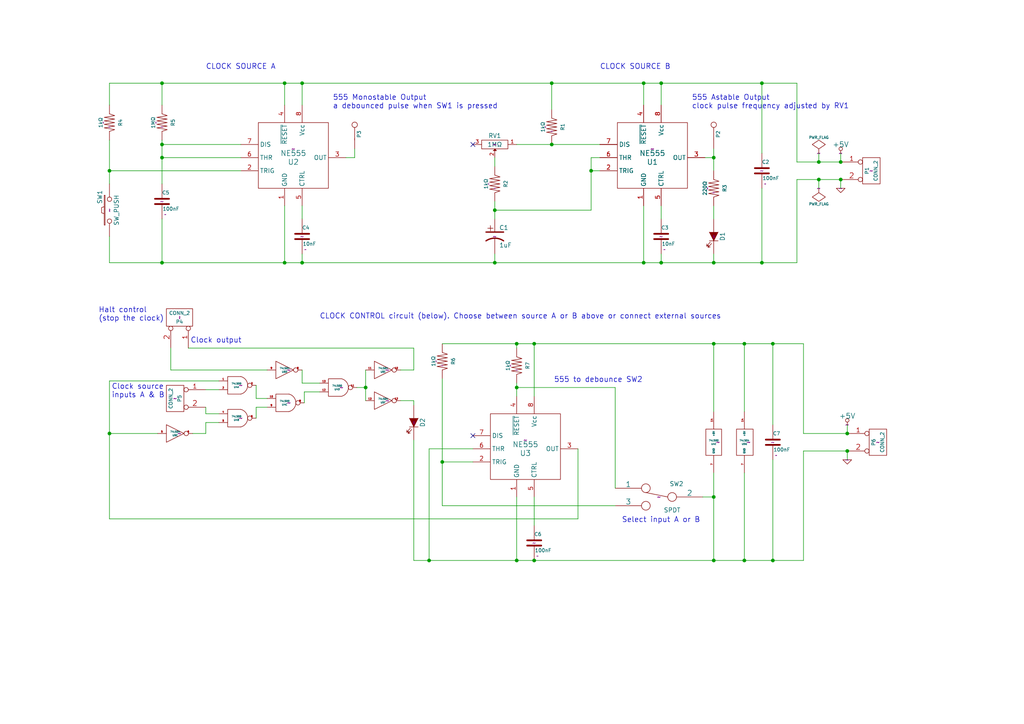
<source format=kicad_sch>
(kicad_sch (version 20211123) (generator eeschema)
  (paper "A4")
  (title_block (title "Hol-1 8-bit CPU clock source & selection") (date "23 apr 2019") (company "www.benningtons.net"))
  (lib_symbols
    (symbol "benningtons:+5V" (power) (pin_names (offset 1.016))
      (property "Value" "+5V" (at 0 2.54 0))
      (symbol "+5V_0_0"
        (pin power_in line (at 0 0 90) (length 0) hide (name "+5V") (number "1"))
      )
      (symbol "+5V_0_1"
        (polyline (pts (xy 0 0) (xy 0 0.762) (xy 0 0.762) (xy 0 0.762)))
        (circle (center 0 1.27) (radius 0.508))
      )
    )
    (symbol "benningtons:74LS00"
      (property "Reference" "U" (at 0 -0.508 0))
      (property "Value" "74LS00" (at 0 0.508 0))
      (property "Datasheet" "https://www.ti.com/lit/ds/symlink/sn74ls00.pdf" (at 1.27 0 0))
      (symbol "74LS00_1_0"
        (pin input line (at -5.08 -1.27 0) (length 2.4892) (name "~") (number "2"))
        (pin output inverted (at 5.715 0 180) (length 2.4892) (name "~") (number "3"))
      )
      (symbol "74LS00_1_1"
        (polyline (pts (xy 1.27 2.54) (xy -2.54 2.54) (xy -2.54 -2.54) (xy 1.27 -2.54)))
        (arc (start 1.27 -2.54) (mid 3.2532 0) (end 1.27 2.54))
        (pin input line (at -5.08 1.27 0) (length 2.4892) (name "~") (number "1"))
      )
      (symbol "74LS00_1_2"
        (pin input inverted (at -6.35 0 0) (length 7.62) (name "~") (number "1"))
        (pin power_in line (at 0 8.89 270) (length 2.4892) (name "+5V") (number "14"))
        (pin output inverted (at 7.62 2.54 180) (length 2.4892) (name "~") (number "4"))
        (pin power_in line (at 0 -8.89 90) (length 2.4892) (name "GND") (number "7"))
      )
      (symbol "74LS00_2_1"
        (polyline (pts (xy 1.27 2.54) (xy -2.54 2.54) (xy -2.54 -2.54) (xy 1.27 -2.54)))
        (arc (start 1.27 -2.54) (mid 3.2532 0) (end 1.27 2.54))
        (pin input line (at -5.08 1.27 0) (length 2.4892) (name "~") (number "4"))
        (pin input line (at -5.08 -1.27 0) (length 2.4892) (name "~") (number "5"))
        (pin output inverted (at 5.715 0 180) (length 2.4892) (name "~") (number "6"))
      )
      (symbol "74LS00_2_2"
        (pin power_in line (at 0 8.89 270) (length 2.4892) (name "+5V") (number "14"))
        (pin output inverted (at 5.715 0 180) (length 2.4892) (name "~") (number "2"))
        (pin input inverted (at -6.35 0 0) (length 7.62) (name "~") (number "3"))
        (pin output inverted (at 7.62 2.54 180) (length 2.4892) (name "~") (number "4"))
        (pin power_in line (at 0 -8.89 90) (length 2.4892) (name "GND") (number "7"))
      )
      (symbol "74LS00_3_1"
        (polyline (pts (xy 1.27 2.54) (xy -2.54 2.54) (xy -2.54 -2.54) (xy 1.27 -2.54)))
        (arc (start 1.27 -2.54) (mid 3.2532 0) (end 1.27 2.54))
        (pin input line (at -5.08 1.27 0) (length 2.4892) (name "~") (number "10"))
        (pin output inverted (at 5.715 0 180) (length 2.4892) (name "~") (number "8"))
        (pin input line (at -5.08 -1.27 0) (length 2.4892) (name "~") (number "9"))
      )
      (symbol "74LS00_3_2"
        (pin power_in line (at 0 8.89 270) (length 2.4892) (name "+5V") (number "14"))
        (pin output inverted (at 5.715 0 180) (length 2.4892) (name "~") (number "2"))
        (pin output inverted (at 7.62 2.54 180) (length 2.4892) (name "~") (number "4"))
        (pin input inverted (at -6.35 0 0) (length 7.62) (name "~") (number "5"))
        (pin power_in line (at 0 -8.89 90) (length 2.4892) (name "GND") (number "7"))
      )
      (symbol "74LS00_4_1"
        (polyline (pts (xy 1.27 2.54) (xy -2.54 2.54) (xy -2.54 -2.54) (xy 1.27 -2.54)))
        (arc (start 1.27 -2.54) (mid 3.2532 0) (end 1.27 2.54))
        (pin output inverted (at 5.715 0 180) (length 2.4892) (name "~") (number "11"))
        (pin input line (at -5.08 -1.27 0) (length 2.4892) (name "~") (number "12"))
        (pin input line (at -5.08 1.27 0) (length 2.4892) (name "~") (number "13"))
      )
      (symbol "74LS00_4_2"
        (pin power_in line (at 0 8.89 270) (length 2.4892) (name "+5V") (number "14"))
        (pin output inverted (at 5.715 0 180) (length 2.4892) (name "~") (number "2"))
        (pin output inverted (at 7.62 2.54 180) (length 2.4892) (name "~") (number "4"))
        (pin power_in line (at 0 -8.89 90) (length 2.4892) (name "GND") (number "7"))
        (pin input inverted (at -6.35 0 0) (length 7.62) (name "~") (number "9"))
      )
      (symbol "74LS00_5_1"
        (rectangle (start -2.286 3.81) (end 2.286 -3.81))
        (pin power_in line (at 0 8.89 270) (length 5.0038) (name "+5V") (number "14"))
        (pin power_in line (at 0 -8.89 90) (length 5.0038) (name "GND") (number "7"))
      )
      (symbol "74LS00_5_2"
        (pin input inverted (at -6.35 0 0) (length 7.62) (name "~") (number "11"))
        (pin power_in line (at 0 8.89 270) (length 2.4892) (name "+5V") (number "14"))
        (pin output inverted (at 5.715 0 180) (length 2.4892) (name "~") (number "2"))
        (pin output inverted (at 7.62 2.54 180) (length 2.4892) (name "~") (number "4"))
        (pin power_in line (at 0 -8.89 90) (length 2.4892) (name "GND") (number "7"))
      )
    )
    (symbol "benningtons:74LS04"
      (property "Reference" "U" (at 0 -0.508 0))
      (property "Value" "74LS04" (at 0 0.508 0))
      (property "Datasheet" "http://www.ti.com/lit/gpn/sn74ls04" (at 1.27 0 0))
      (symbol "74LS04_1_1"
        (polyline (pts (xy -2.54 2.54) (xy -2.54 -2.54) (xy 2.54 0) (xy -2.54 2.54)))
        (pin input line (at -5.08 0 0) (length 2.4892) (name "~") (number "1"))
        (pin output inverted (at 5.08 0 180) (length 2.4892) (name "~") (number "2"))
      )
      (symbol "74LS04_1_2"
        (pin input inverted (at -6.35 0 0) (length 7.62) (name "~") (number "1"))
        (pin output inverted (at 7.62 2.54 180) (length 2.4892) (name "~") (number "4"))
      )
      (symbol "74LS04_2_1"
        (polyline (pts (xy -2.54 2.54) (xy -2.54 -2.54) (xy 2.54 0) (xy -2.54 2.54)))
        (pin input line (at -5.08 0 0) (length 2.4892) (name "~") (number "3"))
        (pin output inverted (at 5.08 0 180) (length 2.4892) (name "~") (number "4"))
      )
      (symbol "74LS04_2_2"
        (pin output inverted (at 5.08 0 180) (length 2.4892) (name "~") (number "2"))
        (pin input inverted (at -6.35 0 0) (length 7.62) (name "~") (number "3"))
        (pin output inverted (at 7.62 2.54 180) (length 2.4892) (name "~") (number "4"))
      )
      (symbol "74LS04_3_1"
        (polyline (pts (xy -2.54 2.54) (xy -2.54 -2.54) (xy 2.54 0) (xy -2.54 2.54)))
        (pin input line (at -5.08 0 0) (length 2.4892) (name "~") (number "5"))
        (pin output inverted (at 5.08 0 180) (length 2.4892) (name "~") (number "6"))
      )
      (symbol "74LS04_3_2"
        (pin output inverted (at 5.08 0 180) (length 2.4892) (name "~") (number "2"))
        (pin output inverted (at 7.62 2.54 180) (length 2.4892) (name "~") (number "4"))
        (pin input inverted (at -6.35 0 0) (length 7.62) (name "~") (number "5"))
      )
      (symbol "74LS04_4_1"
        (polyline (pts (xy -2.54 2.54) (xy -2.54 -2.54) (xy 2.54 0) (xy -2.54 2.54)))
        (pin output inverted (at 5.08 0 180) (length 2.4892) (name "~") (number "8"))
        (pin input line (at -5.08 0 0) (length 2.4892) (name "~") (number "9"))
      )
      (symbol "74LS04_4_2"
        (pin output inverted (at 5.08 0 180) (length 2.4892) (name "~") (number "2"))
        (pin output inverted (at 7.62 2.54 180) (length 2.4892) (name "~") (number "4"))
        (pin input inverted (at -6.35 0 0) (length 7.62) (name "~") (number "9"))
      )
      (symbol "74LS04_5_1"
        (polyline (pts (xy -2.54 2.54) (xy -2.54 -2.54) (xy 2.54 0) (xy -2.54 2.54)))
        (pin output inverted (at 5.08 0 180) (length 2.4892) (name "~") (number "10"))
        (pin input line (at -5.08 0 0) (length 2.4892) (name "~") (number "11"))
      )
      (symbol "74LS04_5_2"
        (pin input inverted (at -6.35 0 0) (length 7.62) (name "~") (number "11"))
        (pin output inverted (at 5.08 0 180) (length 2.4892) (name "~") (number "2"))
        (pin output inverted (at 7.62 2.54 180) (length 2.4892) (name "~") (number "4"))
      )
      (symbol "74LS04_6_1"
        (polyline (pts (xy -2.54 2.54) (xy -2.54 -2.54) (xy 2.54 0) (xy -2.54 2.54)))
        (pin output inverted (at 5.08 0 180) (length 2.4892) (name "~") (number "12"))
        (pin input line (at -5.08 0 0) (length 2.4892) (name "~") (number "13"))
      )
      (symbol "74LS04_6_2"
        (pin input inverted (at -6.35 0 0) (length 7.62) (name "~") (number "13"))
        (pin output inverted (at 5.08 0 180) (length 2.4892) (name "~") (number "2"))
        (pin output inverted (at 7.62 2.54 180) (length 2.4892) (name "~") (number "4"))
      )
      (symbol "74LS04_7_1"
        (rectangle (start -2.286 3.81) (end 2.54 -3.81))
        (pin power_in line (at 0 8.89 270) (length 5.0038) (name "+5V") (number "14"))
        (pin power_in line (at 0 -8.89 90) (length 5.0038) (name "GND") (number "7"))
      )
      (symbol "74LS04_7_2"
        (pin input inverted (at -6.35 0 0) (length 7.62) (name "~") (number "1"))
        (pin output inverted (at 7.62 2.54 180) (length 2.4892) (name "~") (number "4"))
      )
    )
    (symbol "benningtons:C" (pin_numbers hide) (pin_names (offset 0.254))
      (property "Reference" "C" (at 0 2.54 0))
      (property "Value" "C" (at 0.1524 -2.159 0))
      (symbol "C_0_1"
        (polyline (pts (xy -2.032 -0.762) (xy 2.032 -0.762)) (stroke (width 0.508)))
        (polyline (pts (xy -2.032 0.762) (xy 2.032 0.762)) (stroke (width 0.508)))
      )
      (symbol "C_1_1"
        (pin passive line (at 0 5.08 270) (length 4.4958) (name "~") (number "1"))
        (pin passive line (at 0 -5.08 90) (length 4.4958) (name "~") (number "2"))
      )
    )
    (symbol "benningtons:CONN_1" (pin_numbers hide) (pin_names (offset 0.762) hide)
      (property "Reference" "P" (at -0.635 -1.27 0))
      (symbol "CONN_1_0_1"
        (polyline (pts (xy -0.762 0) (xy -1.27 0)))
        (circle (center 3.175 0) (radius 0.7874))
      )
      (symbol "CONN_1_1_1"
        (pin passive line (at -3.81 0 0) (length 6.1976) (name "1") (number "1"))
      )
    )
    (symbol "benningtons:CONN_2" (pin_names (offset 1.016) hide)
      (property "Reference" "P" (at -1.27 0 90))
      (property "Value" "CONN_2" (at 1.27 0 90))
      (symbol "CONN_2_0_1"
        (rectangle (start -2.54 3.81) (end 2.54 -3.81))
      )
      (symbol "CONN_2_1_1"
        (pin passive inverted (at -8.89 2.54 0) (length 6.35) (name "P1") (number "1"))
        (pin passive inverted (at -8.89 -2.54 0) (length 6.35) (name "PM") (number "2"))
      )
    )
    (symbol "benningtons:CP1" (pin_numbers hide) (pin_names (offset 0.254) hide)
      (property "Reference" "C" (at 1.27 2.54 0))
      (property "Value" "CP1" (at 1.27 -2.54 0))
      (symbol "CP1_0_0"
        (text "+" (at -1.27 2.54 0) (effects (font (size 2.032 2.032))))
      )
      (symbol "CP1_0_1"
        (polyline (pts (xy -2.54 1.27) (xy 2.54 1.27) (xy 1.27 1.27) (xy 1.27 1.27)) (stroke (width 0.381)))
        (arc (start 2.54 -1.27) (mid 0 -0.5009) (end -2.54 -1.27) (stroke (width 0.381)))
      )
      (symbol "CP1_1_1"
        (pin passive line (at 0 5.08 270) (length 3.81) (name "~") (number "1"))
        (pin passive line (at 0 -5.08 90) (length 4.572) (name "~") (number "2"))
      )
    )
    (symbol "benningtons:GND" (power) (pin_names (offset 0))
      (symbol "GND_0_1"
        (polyline (pts (xy -1.27 0) (xy 0 -1.27) (xy 1.27 0) (xy -1.27 0)))
      )
      (symbol "GND_1_1"
        (pin power_in line (at 0 0 90) (length 0) hide (name "GND") (number "1"))
      )
    )
    (symbol "benningtons:LED" (pin_numbers hide) (pin_names (offset 1.016) hide)
      (property "Reference" "D" (at 0 2.54 0))
      (symbol "LED_0_1"
        (polyline (pts (xy 1.27 1.27) (xy 1.27 -1.27)))
        (polyline (pts (xy 3.1496 -1.651) (xy 2.5654 -1.5494)))
        (polyline (pts (xy -1.27 1.27) (xy 1.27 0) (xy -1.27 -1.27)) (fill (type outline)))
        (polyline (pts (xy 1.651 -1.016) (xy 2.794 -2.032) (xy 2.667 -1.397)))
        (polyline (pts (xy 2.032 -0.635) (xy 3.175 -1.651) (xy 3.048 -1.016)))
        (polyline (pts (xy 2.794 -2.0574) (xy 2.159 -1.9812) (xy 2.2098 -1.9812)))
      )
      (symbol "LED_1_1"
        (pin passive line (at -5.08 0 0) (length 3.81) (name "A") (number "1"))
        (pin passive line (at 5.08 0 180) (length 3.81) (name "K") (number "2"))
      )
    )
    (symbol "benningtons:NE555"
      (property "Reference" "U" (at 0 -1.27 0))
      (property "Value" "NE555" (at 0 1.27 0))
      (property "Datasheet" "https://en.wikipedia.org/wiki/555_timer_IC" (at 0 2.54 0))
      (symbol "NE555_0_1"
        (rectangle (start -10.16 10.16) (end 10.16 -8.89))
      )
      (symbol "NE555_1_1"
        (pin power_in line (at -2.54 -13.97 90) (length 5.0038) (name "GND") (number "1"))
        (pin input line (at -15.24 -3.81 0) (length 5.0038) (name "TRIG") (number "2"))
        (pin output line (at 15.24 0 180) (length 5.0038) (name "OUT") (number "3"))
        (pin input line (at -2.54 15.24 270) (length 5.0038) (name "~{RESET}") (number "4"))
        (pin input line (at 2.54 -13.97 90) (length 5.0038) (name "CTRL") (number "5"))
        (pin input line (at -15.24 0 0) (length 5.0038) (name "THR") (number "6"))
        (pin output line (at -15.24 3.81 0) (length 5.0038) (name "DIS") (number "7"))
        (pin power_in line (at 2.54 15.24 270) (length 5.0038) (name "Vcc") (number "8"))
      )
    )
    (symbol "benningtons:POT" (pin_names (offset 1.016) hide)
      (property "Reference" "RV" (at 0 -2.54 0))
      (property "Value" "POT" (at 0 0 0))
      (symbol "POT_0_1"
        (rectangle (start -3.81 1.27) (end 3.81 -1.27))
        (polyline (pts (xy 0 1.27) (xy -0.508 1.778) (xy 0.508 1.778)) (fill (type outline)))
      )
      (symbol "POT_1_1"
        (pin passive line (at -6.35 0 0) (length 2.54) (name "1") (number "1"))
        (pin passive line (at 0 3.81 270) (length 2.032) (name "2") (number "2"))
        (pin passive line (at 6.35 0 180) (length 2.54) (name "3") (number "3"))
      )
    )
    (symbol "benningtons:PWR_FLAG" (power) (pin_numbers hide) (pin_names (offset 0) hide)
      (property "Value" "PWR_FLAG" (at 0 4.572 0))
      (symbol "PWR_FLAG_0_0"
        (pin power_out line (at 0 0 90) (length 0) (name "pwr") (number "1"))
      )
      (symbol "PWR_FLAG_0_1"
        (polyline (pts (xy 0 0) (xy 0 1.27) (xy -1.905 2.54) (xy 0 3.81) (xy 1.905 2.54) (xy 0 1.27)))
      )
    )
    (symbol "benningtons:R" (pin_numbers hide) (pin_names (offset 0))
      (property "Reference" "R" (at 3.175 0 90))
      (symbol "R_0_1"
        (polyline (pts (xy 0 2.54) (xy 1.524 2.032) (xy -1.524 1.524) (xy 1.524 1.016) (xy -1.524 0.508) (xy 1.524 0) (xy -1.524 -0.508) (xy 1.524 -1.016) (xy -1.524 -1.524) (xy 1.524 -2.032) (xy 0 -2.54)))
      )
      (symbol "R_1_1"
        (pin passive line (at 0 5.08 270) (length 2.54) (name "~") (number "1"))
        (pin passive line (at 0 -5.08 90) (length 2.54) (name "~") (number "2"))
      )
    )
    (symbol "benningtons:SPDT" (pin_numbers hide) (pin_names (offset 0))
      (property "Reference" "SW" (at -5.08 3.81 0))
      (property "Value" "SPDT" (at -3.81 -3.81 0))
      (symbol "SPDT_0_0"
        (circle (center -3.81 0) (radius 1.27))
        (circle (center 3.81 -2.54) (radius 1.27))
      )
      (symbol "SPDT_0_1"
        (polyline (pts (xy -2.54 0) (xy 3.81 1.27)))
        (circle (center 3.81 2.54) (radius 1.27))
      )
      (symbol "SPDT_1_1"
        (pin passive line (at 12.7 2.54 180) (length 7.62) (name "1") (number "1"))
        (pin passive line (at -12.7 0 0) (length 7.62) (name "2") (number "2"))
        (pin passive line (at 12.7 -2.54 180) (length 7.62) (name "3") (number "3"))
      )
    )
    (symbol "benningtons:SW_PUSH" (pin_numbers hide) (pin_names (offset 1.016) hide)
      (property "Reference" "SW" (at 3.81 2.794 0))
      (property "Value" "SW_PUSH" (at 0 -2.032 0))
      (symbol "SW_PUSH_0_1"
        (rectangle (start -4.318 1.27) (end 4.318 1.524))
        (polyline (pts (xy -1.016 1.524) (xy -0.762 2.286) (xy 0.762 2.286) (xy 1.016 1.524)))
        (pin passive inverted (at -7.62 0 0) (length 5.08) (name "1") (number "1"))
        (pin passive inverted (at 7.62 0 180) (length 5.08) (name "2") (number "2"))
      )
    )
  )
  (junction (at 149.86 162.56))
  (junction (at 154.94 162.56))
  (junction (at 143.51 60.96))
  (junction (at 143.51 76.2))
  (junction (at 191.77 24.13))
  (junction (at 224.155 162.56))
  (junction (at 160.02 41.91))
  (junction (at 87.63 76.2))
  (junction (at 215.9 99.695))
  (junction (at 220.98 76.2))
  (junction (at 154.94 99.695))
  (junction (at 207.01 99.695))
  (junction (at 243.84 46.99))
  (junction (at 207.01 76.2))
  (junction (at 87.63 24.13))
  (junction (at 46.99 76.2))
  (junction (at 149.86 112.395))
  (junction (at 186.69 24.13))
  (junction (at 82.55 24.13))
  (junction (at 186.69 76.2))
  (junction (at 237.49 46.99))
  (junction (at 128.27 133.985))
  (junction (at 215.9 162.56))
  (junction (at 46.99 41.91))
  (junction (at 82.55 76.2))
  (junction (at 207.01 45.72))
  (junction (at 237.49 52.07))
  (junction (at 46.99 24.13))
  (junction (at 46.99 45.72))
  (junction (at 31.75 125.73))
  (junction (at 220.98 24.13))
  (junction (at 224.155 99.695))
  (junction (at 149.86 99.695))
  (junction (at 245.745 125.73))
  (junction (at 207.01 162.56))
  (junction (at 171.45 49.53))
  (junction (at 31.75 49.53))
  (junction (at 243.84 52.07))
  (junction (at 160.02 24.13))
  (junction (at 245.745 130.81))
  (junction (at 207.01 144.145))
  (junction (at 106.045 112.395))
  (junction (at 124.46 162.56))
  (junction (at 191.77 76.2))
  (no_connect (at 137.16 126.365))
  (no_connect (at 137.16 41.91))
  (wire (pts (xy 191.77 24.13) (xy 220.98 24.13)))
  (wire (pts (xy 31.75 30.48) (xy 31.75 24.13)))
  (wire (pts (xy 191.77 24.13) (xy 191.77 30.48)))
  (wire (pts (xy 82.55 24.13) (xy 87.63 24.13)))
  (wire (pts (xy 191.77 76.2) (xy 191.77 73.66)))
  (wire (pts (xy 154.94 144.145) (xy 154.94 152.4)))
  (wire (pts (xy 59.69 122.555) (xy 63.5 122.555)))
  (wire (pts (xy 46.99 63.5) (xy 46.99 76.2)))
  (wire (pts (xy 224.155 133.35) (xy 224.155 162.56)))
  (wire (pts (xy 171.45 60.96) (xy 143.51 60.96)))
  (wire (pts (xy 173.99 49.53) (xy 171.45 49.53)))
  (wire (pts (xy 31.75 110.49) (xy 31.75 125.73)))
  (wire (pts (xy 154.94 99.695) (xy 207.01 99.695)))
  (wire (pts (xy 31.75 40.64) (xy 31.75 49.53)))
  (wire (pts (xy 154.94 162.56) (xy 207.01 162.56)))
  (wire (pts (xy 143.51 60.96) (xy 143.51 63.5)))
  (wire (pts (xy 100.33 45.72) (xy 102.87 45.72)))
  (wire (pts (xy 87.63 76.2) (xy 87.63 73.66)))
  (wire (pts (xy 224.155 123.19) (xy 224.155 99.695)))
  (wire (pts (xy 69.85 41.91) (xy 46.99 41.91)))
  (wire (pts (xy 154.94 114.935) (xy 154.94 99.695)))
  (wire (pts (xy 116.205 107.315) (xy 120.015 107.315)))
  (wire (pts (xy 59.69 125.73) (xy 59.69 122.555)))
  (wire (pts (xy 31.75 125.73) (xy 31.75 150.495)))
  (wire (pts (xy 215.9 162.56) (xy 224.155 162.56)))
  (wire (pts (xy 149.86 99.695) (xy 154.94 99.695)))
  (wire (pts (xy 167.64 150.495) (xy 167.64 130.175)))
  (wire (pts (xy 231.14 52.07) (xy 237.49 52.07)))
  (wire (pts (xy 231.14 46.99) (xy 237.49 46.99)))
  (wire (pts (xy 207.01 144.145) (xy 207.01 162.56)))
  (wire (pts (xy 245.745 125.73) (xy 245.745 123.19)))
  (wire (pts (xy 46.99 24.13) (xy 82.55 24.13)))
  (wire (pts (xy 207.01 76.2) (xy 207.01 73.66)))
  (wire (pts (xy 31.75 49.53) (xy 31.75 53.34)))
  (wire (pts (xy 59.69 120.015) (xy 63.5 120.015)))
  (wire (pts (xy 120.015 116.205) (xy 120.015 117.475)))
  (wire (pts (xy 149.86 144.145) (xy 149.86 162.56)))
  (wire (pts (xy 88.265 116.84) (xy 88.265 113.665)))
  (wire (pts (xy 237.49 44.45) (xy 237.49 46.99)))
  (wire (pts (xy 31.75 150.495) (xy 167.64 150.495)))
  (wire (pts (xy 204.47 45.72) (xy 207.01 45.72)))
  (wire (pts (xy 74.295 121.285) (xy 74.295 118.11)))
  (wire (pts (xy 215.9 119.38) (xy 215.9 99.695)))
  (wire (pts (xy 103.505 112.395) (xy 106.045 112.395)))
  (wire (pts (xy 224.155 162.56) (xy 233.045 162.56)))
  (wire (pts (xy 237.49 46.99) (xy 243.84 46.99)))
  (wire (pts (xy 31.75 24.13) (xy 46.99 24.13)))
  (wire (pts (xy 55.88 125.73) (xy 59.69 125.73)))
  (wire (pts (xy 207.01 45.72) (xy 207.01 49.53)))
  (wire (pts (xy 191.77 59.69) (xy 191.77 63.5)))
  (wire (pts (xy 171.45 45.72) (xy 171.45 49.53)))
  (wire (pts (xy 46.99 45.72) (xy 69.85 45.72)))
  (wire (pts (xy 207.01 162.56) (xy 215.9 162.56)))
  (wire (pts (xy 178.435 112.395) (xy 178.435 141.605)))
  (wire (pts (xy 46.99 45.72) (xy 46.99 53.34)))
  (wire (pts (xy 128.27 109.855) (xy 128.27 133.985)))
  (wire (pts (xy 220.98 76.2) (xy 220.98 54.61)))
  (wire (pts (xy 207.01 119.38) (xy 207.01 99.695)))
  (wire (pts (xy 207.01 76.2) (xy 220.98 76.2)))
  (wire (pts (xy 215.9 137.16) (xy 215.9 162.56)))
  (wire (pts (xy 233.045 130.81) (xy 245.745 130.81)))
  (wire (pts (xy 143.51 58.42) (xy 143.51 60.96)))
  (wire (pts (xy 120.015 162.56) (xy 124.46 162.56)))
  (wire (pts (xy 59.69 118.11) (xy 59.69 120.015)))
  (wire (pts (xy 243.84 46.99) (xy 243.84 44.45)))
  (wire (pts (xy 171.45 49.53) (xy 171.45 60.96)))
  (wire (pts (xy 137.16 130.175) (xy 124.46 130.175)))
  (wire (pts (xy 160.02 41.91) (xy 173.99 41.91)))
  (wire (pts (xy 87.63 24.13) (xy 87.63 30.48)))
  (wire (pts (xy 106.045 107.315) (xy 106.045 112.395)))
  (wire (pts (xy 149.86 112.395) (xy 149.86 114.935)))
  (wire (pts (xy 149.86 41.91) (xy 160.02 41.91)))
  (wire (pts (xy 207.01 59.69) (xy 207.01 63.5)))
  (wire (pts (xy 87.63 59.69) (xy 87.63 63.5)))
  (wire (pts (xy 186.69 76.2) (xy 186.69 59.69)))
  (wire (pts (xy 143.51 48.26) (xy 143.51 45.72)))
  (wire (pts (xy 46.99 30.48) (xy 46.99 24.13)))
  (wire (pts (xy 124.46 162.56) (xy 149.86 162.56)))
  (wire (pts (xy 215.9 99.695) (xy 224.155 99.695)))
  (wire (pts (xy 63.5 110.49) (xy 31.75 110.49)))
  (wire (pts (xy 106.045 112.395) (xy 106.045 116.205)))
  (wire (pts (xy 191.77 76.2) (xy 207.01 76.2)))
  (wire (pts (xy 128.27 146.685) (xy 178.435 146.685)))
  (wire (pts (xy 207.01 43.18) (xy 207.01 45.72)))
  (wire (pts (xy 74.295 115.57) (xy 77.47 115.57)))
  (wire (pts (xy 171.45 45.72) (xy 173.99 45.72)))
  (wire (pts (xy 82.55 24.13) (xy 82.55 30.48)))
  (wire (pts (xy 128.27 133.985) (xy 128.27 146.685)))
  (wire (pts (xy 102.87 45.72) (xy 102.87 43.18)))
  (wire (pts (xy 128.27 133.985) (xy 137.16 133.985)))
  (wire (pts (xy 237.49 52.07) (xy 243.84 52.07)))
  (wire (pts (xy 207.01 99.695) (xy 215.9 99.695)))
  (wire (pts (xy 116.205 116.205) (xy 120.015 116.205)))
  (wire (pts (xy 31.75 76.2) (xy 46.99 76.2)))
  (wire (pts (xy 233.045 162.56) (xy 233.045 130.81)))
  (wire (pts (xy 233.045 125.73) (xy 245.745 125.73)))
  (wire (pts (xy 186.69 24.13) (xy 186.69 30.48)))
  (wire (pts (xy 160.02 24.13) (xy 160.02 31.75)))
  (wire (pts (xy 143.51 76.2) (xy 143.51 73.66)))
  (wire (pts (xy 120.015 127.635) (xy 120.015 162.56)))
  (wire (pts (xy 243.84 52.07) (xy 243.84 54.61)))
  (wire (pts (xy 160.02 24.13) (xy 186.69 24.13)))
  (wire (pts (xy 231.14 76.2) (xy 231.14 52.07)))
  (wire (pts (xy 178.435 112.395) (xy 149.86 112.395)))
  (wire (pts (xy 49.53 100.965) (xy 49.53 107.315)))
  (wire (pts (xy 224.155 99.695) (xy 233.045 99.695)))
  (wire (pts (xy 207.01 137.16) (xy 207.01 144.145)))
  (wire (pts (xy 49.53 107.315) (xy 77.47 107.315)))
  (wire (pts (xy 203.835 144.145) (xy 207.01 144.145)))
  (wire (pts (xy 143.51 76.2) (xy 186.69 76.2)))
  (wire (pts (xy 46.99 40.64) (xy 46.99 41.91)))
  (wire (pts (xy 54.61 100.965) (xy 120.015 100.965)))
  (wire (pts (xy 220.98 24.13) (xy 220.98 44.45)))
  (wire (pts (xy 82.55 76.2) (xy 82.55 59.69)))
  (wire (pts (xy 186.69 24.13) (xy 191.77 24.13)))
  (wire (pts (xy 149.86 100.965) (xy 149.86 99.695)))
  (wire (pts (xy 31.75 68.58) (xy 31.75 76.2)))
  (wire (pts (xy 231.14 24.13) (xy 231.14 46.99)))
  (wire (pts (xy 59.69 113.03) (xy 63.5 113.03)))
  (wire (pts (xy 74.295 111.76) (xy 74.295 115.57)))
  (wire (pts (xy 69.85 49.53) (xy 31.75 49.53)))
  (wire (pts (xy 245.745 130.81) (xy 245.745 133.35)))
  (wire (pts (xy 233.045 99.695) (xy 233.045 125.73)))
  (wire (pts (xy 149.86 162.56) (xy 154.94 162.56)))
  (wire (pts (xy 74.295 118.11) (xy 77.47 118.11)))
  (wire (pts (xy 237.49 54.61) (xy 237.49 52.07)))
  (wire (pts (xy 87.63 24.13) (xy 160.02 24.13)))
  (wire (pts (xy 128.27 99.695) (xy 149.86 99.695)))
  (wire (pts (xy 120.015 107.315) (xy 120.015 100.965)))
  (wire (pts (xy 186.69 76.2) (xy 191.77 76.2)))
  (wire (pts (xy 46.99 76.2) (xy 82.55 76.2)))
  (wire (pts (xy 149.86 111.125) (xy 149.86 112.395)))
  (wire (pts (xy 45.72 125.73) (xy 31.75 125.73)))
  (wire (pts (xy 46.99 41.91) (xy 46.99 45.72)))
  (wire (pts (xy 220.98 24.13) (xy 231.14 24.13)))
  (wire (pts (xy 87.63 107.315) (xy 87.63 111.125)))
  (wire (pts (xy 87.63 76.2) (xy 143.51 76.2)))
  (wire (pts (xy 82.55 76.2) (xy 87.63 76.2)))
  (wire (pts (xy 88.265 113.665) (xy 92.71 113.665)))
  (wire (pts (xy 220.98 76.2) (xy 231.14 76.2)))
  (wire (pts (xy 87.63 111.125) (xy 92.71 111.125)))
  (wire (pts (xy 124.46 130.175) (xy 124.46 162.56)))
  (text "Select input A or B" (at 180.34 151.765 0) (effects (font (size 1.524 1.524)) (justify left bottom)))
  (text "CLOCK SOURCE A" (at 59.69 20.32 0) (effects (font (size 1.524 1.524)) (justify left bottom)))
  (text "CLOCK SOURCE B" (at 173.99 20.32 0) (effects (font (size 1.524 1.524)) (justify left bottom)))
  (text "555 Monostable Output\na debounced pulse when SW1 is pressed" (at 96.52 31.75 0) (effects (font (size 1.524 1.524)) (justify left bottom)))
  (text "555 Astable Output\nclock pulse frequency adjusted by RV1" (at 200.66 31.75 0) (effects (font (size 1.524 1.524)) (justify left bottom)))
  (text "Halt control\n(stop the clock)\n" (at 28.575 93.345 0) (effects (font (size 1.524 1.524)) (justify left bottom)))
  (text "CLOCK CONTROL circuit (below). Choose between source A or B above or connect external sources" (at 92.71 92.71 0) (effects (font (size 1.524 1.524)) (justify left bottom)))
  (text "555 to debounce SW2" (at 160.655 111.125 0) (effects (font (size 1.524 1.524)) (justify left bottom)))
  (text "Clock source\ninputs A & B" (at 32.385 115.57 0) (effects (font (size 1.524 1.524)) (justify left bottom)))
  (text "Clock output" (at 55.245 99.695 0) (effects (font (size 1.524 1.524)) (justify left bottom)))
  (symbol (lib_id "benningtons:NE555") (at 189.23 45.72 0) (unit 1)
    (property "Reference" "U1" (at 189.23 46.99 0) (effects (font (size 1.524 1.524))))
    (property "Value" "NE555" (at 189.23 44.45 0) (effects (font (size 1.524 1.524))))
    (property "Footprint" "~" (at 189.23 43.18 0) (effects (font (size 1.524 1.524))))
    (property "Datasheet" "~" (at 189.23 43.18 0) (effects (font (size 1.524 1.524))))
  )
  (symbol (lib_id "benningtons:NE555") (at 85.09 45.72 0) (unit 1)
    (property "Reference" "U2" (at 85.09 46.99 0) (effects (font (size 1.524 1.524))))
    (property "Value" "NE555" (at 85.09 44.45 0) (effects (font (size 1.524 1.524))))
    (property "Footprint" "~" (at 85.09 43.18 0) (effects (font (size 1.524 1.524))))
    (property "Datasheet" "~" (at 85.09 43.18 0) (effects (font (size 1.524 1.524))))
  )
  (symbol (lib_id "benningtons:CONN_2") (at 252.73 49.53 0) (unit 1)
    (property "Reference" "P1" (at 251.46 49.53 90) (effects (font (size 1.016 1.016))))
    (property "Value" "CONN_2" (at 254 49.53 90) (effects (font (size 1.016 1.016))))
    (property "Footprint" "~" (at 252.73 49.53 0) (effects (font (size 1.524 1.524))))
    (property "Datasheet" "~" (at 252.73 49.53 0) (effects (font (size 1.524 1.524))))
  )
  (symbol (lib_id "benningtons:C") (at 220.98 49.53 0) (unit 1)
    (property "Reference" "C2" (at 220.98 46.99 0) (effects (font (size 1.016 1.016)) (justify left)))
    (property "Value" "100nF" (at 221.1324 51.689 0) (effects (font (size 1.016 1.016)) (justify left)))
    (property "Footprint" "~" (at 221.9452 53.34 0) (effects (font (size 0.762 0.762))))
    (property "Datasheet" "~" (at 220.98 49.53 0) (effects (font (size 1.524 1.524))))
  )
  (symbol (lib_id "benningtons:R") (at 31.75 35.56 0) (unit 1)
    (property "Reference" "R4" (at 34.925 35.56 90) (effects (font (size 1.016 1.016))))
    (property "Value" "1kΩ" (at 29.21 35.56 90) (effects (font (size 1.016 1.016))))
    (property "Footprint" "~" (at 29.972 35.56 90) (effects (font (size 0.762 0.762))))
    (property "Datasheet" "~" (at 31.75 36.83 0) (effects (font (size 0.762 0.762))))
  )
  (symbol (lib_id "benningtons:R") (at 46.99 35.56 0) (unit 1)
    (property "Reference" "R5" (at 50.165 35.56 90) (effects (font (size 1.016 1.016))))
    (property "Value" "1MΩ" (at 44.45 35.56 90) (effects (font (size 1.016 1.016))))
    (property "Footprint" "~" (at 45.212 35.56 90) (effects (font (size 0.762 0.762))))
    (property "Datasheet" "~" (at 46.99 36.83 0) (effects (font (size 0.762 0.762))))
  )
  (symbol (lib_id "benningtons:C") (at 46.99 58.42 0) (unit 1)
    (property "Reference" "C5" (at 46.99 55.88 0) (effects (font (size 1.016 1.016)) (justify left)))
    (property "Value" "100nF" (at 47.1424 60.579 0) (effects (font (size 1.016 1.016)) (justify left)))
    (property "Footprint" "~" (at 47.9552 62.23 0) (effects (font (size 0.762 0.762))))
    (property "Datasheet" "~" (at 46.99 58.42 0) (effects (font (size 1.524 1.524))))
  )
  (symbol (lib_id "benningtons:C") (at 87.63 68.58 0) (unit 1)
    (property "Reference" "C4" (at 87.63 66.04 0) (effects (font (size 1.016 1.016)) (justify left)))
    (property "Value" "10nF" (at 87.7824 70.739 0) (effects (font (size 1.016 1.016)) (justify left)))
    (property "Footprint" "~" (at 88.5952 72.39 0) (effects (font (size 0.762 0.762))))
    (property "Datasheet" "~" (at 87.63 68.58 0) (effects (font (size 1.524 1.524))))
  )
  (symbol (lib_id "benningtons:SW_PUSH") (at 31.75 60.96 90) (unit 1)
    (property "Reference" "SW1" (at 28.956 57.15 0))
    (property "Value" "SW_PUSH" (at 33.782 60.96 0))
    (property "Footprint" "~" (at 31.75 60.96 0) (effects (font (size 1.524 1.524))))
    (property "Datasheet" "~" (at 31.75 60.96 0) (effects (font (size 1.524 1.524))))
  )
  (symbol (lib_id "benningtons:CONN_1") (at 102.87 39.37 90) (unit 1)
    (property "Reference" "P3" (at 104.14 40.005 0) (effects (font (size 1.016 1.016)) (justify left)))
    (property "Value" "CONN_1" (effects hide))
  )
  (symbol (lib_id "benningtons:R") (at 160.02 36.83 0) (unit 1)
    (property "Reference" "R1" (at 163.195 36.83 90) (effects (font (size 1.016 1.016))))
    (property "Value" "1kΩ" (at 157.48 36.83 90) (effects (font (size 1.016 1.016))))
    (property "Footprint" "~" (at 158.242 36.83 90) (effects (font (size 0.762 0.762))))
    (property "Datasheet" "~" (at 160.02 38.1 0) (effects (font (size 0.762 0.762))))
  )
  (symbol (lib_id "benningtons:R") (at 143.51 53.34 0) (unit 1)
    (property "Reference" "R2" (at 146.685 53.34 90) (effects (font (size 1.016 1.016))))
    (property "Value" "1kΩ" (at 140.97 53.34 90) (effects (font (size 1.016 1.016))))
    (property "Footprint" "~" (at 141.732 53.34 90) (effects (font (size 0.762 0.762))))
    (property "Datasheet" "~" (at 143.51 54.61 0) (effects (font (size 0.762 0.762))))
  )
  (symbol (lib_id "benningtons:POT") (at 143.51 41.91 180) (unit 1)
    (property "Reference" "RV1" (at 143.51 39.37 0))
    (property "Value" "1MΩ" (at 143.51 41.91 0))
    (property "Footprint" "~" (at 143.51 41.91 0) (effects (font (size 1.524 1.524))))
    (property "Datasheet" "~" (at 143.51 41.91 0) (effects (font (size 1.524 1.524))))
  )
  (symbol (lib_id "benningtons:C") (at 191.77 68.58 0) (unit 1)
    (property "Reference" "C3" (at 191.77 66.04 0) (effects (font (size 1.016 1.016)) (justify left)))
    (property "Value" "10nF" (at 191.9224 70.739 0) (effects (font (size 1.016 1.016)) (justify left)))
    (property "Footprint" "~" (at 192.7352 72.39 0) (effects (font (size 0.762 0.762))))
    (property "Datasheet" "~" (at 191.77 68.58 0) (effects (font (size 1.524 1.524))))
  )
  (symbol (lib_id "benningtons:CP1") (at 143.51 68.58 0) (unit 1)
    (property "Reference" "C1" (at 144.78 66.04 0) (effects (justify left)))
    (property "Value" "1uF" (at 144.78 71.12 0) (effects (justify left)))
    (property "Footprint" "~" (at 143.51 68.58 0) (effects (font (size 1.524 1.524))))
    (property "Datasheet" "~" (at 143.51 68.58 0) (effects (font (size 1.524 1.524))))
  )
  (symbol (lib_id "benningtons:CONN_1") (at 207.01 39.37 90) (unit 1)
    (property "Reference" "P2" (at 208.28 40.005 0) (effects (font (size 1.016 1.016)) (justify left)))
    (property "Value" "CONN_1" (effects hide))
  )
  (symbol (lib_id "benningtons:R") (at 207.01 54.61 0) (unit 1)
    (property "Reference" "R3" (at 210.185 54.61 90) (effects (font (size 1.016 1.016))))
    (property "Value" "220Ω" (at 204.47 54.61 90) (effects (font (size 1.016 1.016))))
    (property "Footprint" "~" (at 205.232 54.61 90) (effects (font (size 0.762 0.762))))
    (property "Datasheet" "~" (at 207.01 55.88 0) (effects (font (size 0.762 0.762))))
  )
  (symbol (lib_id "benningtons:LED") (at 207.01 68.58 270) (unit 1)
    (property "Reference" "D1" (at 209.55 68.58 0))
    (property "Value" "LED" (effects hide))
    (property "Footprint" "~" (at 207.01 68.58 0) (effects (font (size 1.524 1.524))))
    (property "Datasheet" "~" (at 207.01 68.58 0) (effects (font (size 1.524 1.524))))
  )
  (symbol (lib_id "benningtons:+5V") (at 243.84 44.45 0) (unit 1)
    (property "Reference" "#PWR01" (effects hide))
    (property "Value" "+5V" (at 243.84 41.91 0) (effects (font (size 1.4986 1.4986))))
    (property "Footprint" "~" (at 243.84 44.45 0) (effects (font (size 1.524 1.524))))
    (property "Datasheet" "~" (at 243.84 44.45 0) (effects (font (size 1.524 1.524))))
  )
  (symbol (lib_id "benningtons:GND") (at 243.84 54.61 0) (unit 1)
    (property "Reference" "#PWR02" (effects hide))
    (property "Value" "GND" (effects hide))
    (property "Footprint" "~" (at 243.84 54.61 0) (effects (font (size 1.524 1.524))))
    (property "Datasheet" "~" (at 243.84 54.61 0) (effects (font (size 1.524 1.524))))
  )
  (symbol (lib_id "benningtons:PWR_FLAG") (at 237.49 44.45 0) (unit 1)
    (property "Reference" "#FLG03" (effects hide))
    (property "Value" "PWR_FLAG" (at 237.49 39.878 0) (effects (font (size 0.762 0.762))))
    (property "Footprint" "~" (at 237.49 44.45 0) (effects (font (size 1.524 1.524))))
    (property "Datasheet" "~" (at 237.49 44.45 0) (effects (font (size 1.524 1.524))))
  )
  (symbol (lib_id "benningtons:PWR_FLAG") (at 237.49 54.61 180) (unit 1)
    (property "Reference" "#FLG04" (effects hide))
    (property "Value" "PWR_FLAG" (at 237.49 59.182 0) (effects (font (size 0.762 0.762))))
    (property "Footprint" "~" (at 237.49 54.61 0) (effects (font (size 1.524 1.524))))
    (property "Datasheet" "~" (at 237.49 54.61 0) (effects (font (size 1.524 1.524))))
  )
  (symbol (lib_id "benningtons:74LS00") (at 68.58 111.76 0) (unit 1)
    (property "Reference" "U4" (at 68.58 112.268 0) (effects (font (size 0.508 0.508))))
    (property "Value" "74LS00" (at 68.58 111.252 0) (effects (font (size 0.508 0.508))))
    (property "Footprint" "~" (at 69.85 111.76 0) (effects (font (size 1.524 1.524))))
    (property "Datasheet" "~" (at 69.85 111.76 0) (effects (font (size 1.524 1.524))))
  )
  (symbol (lib_id "benningtons:74LS00") (at 68.58 121.285 0) (unit 2)
    (property "Reference" "U4" (at 68.58 121.793 0) (effects (font (size 0.508 0.508))))
    (property "Value" "74LS00" (at 68.58 120.777 0) (effects (font (size 0.508 0.508))))
    (property "Footprint" "~" (at 69.85 121.285 0) (effects (font (size 1.524 1.524))))
    (property "Datasheet" "~" (at 69.85 121.285 0) (effects (font (size 1.524 1.524))))
  )
  (symbol (lib_id "benningtons:74LS00") (at 82.55 116.84 0) (unit 3)
    (property "Reference" "U4" (at 82.55 117.348 0) (effects (font (size 0.508 0.508))))
    (property "Value" "74LS00" (at 82.55 116.332 0) (effects (font (size 0.508 0.508))))
    (property "Footprint" "~" (at 83.82 116.84 0) (effects (font (size 1.524 1.524))))
    (property "Datasheet" "~" (at 83.82 116.84 0) (effects (font (size 1.524 1.524))))
  )
  (symbol (lib_id "benningtons:74LS00") (at 97.79 112.395 0) (unit 4)
    (property "Reference" "U4" (at 97.79 112.903 0) (effects (font (size 0.508 0.508))))
    (property "Value" "74LS00" (at 97.79 111.887 0) (effects (font (size 0.508 0.508))))
    (property "Footprint" "~" (at 99.06 112.395 0) (effects (font (size 1.524 1.524))))
    (property "Datasheet" "~" (at 99.06 112.395 0) (effects (font (size 1.524 1.524))))
  )
  (symbol (lib_id "benningtons:74LS00") (at 207.01 128.27 0) (unit 5)
    (property "Reference" "U4" (at 207.01 128.778 0) (effects (font (size 0.508 0.508))))
    (property "Value" "74LS00" (at 207.01 127.762 0) (effects (font (size 0.508 0.508))))
    (property "Footprint" "~" (at 208.28 128.27 0) (effects (font (size 1.524 1.524))))
    (property "Datasheet" "~" (at 208.28 128.27 0) (effects (font (size 1.524 1.524))))
  )
  (symbol (lib_id "benningtons:74LS04") (at 50.8 125.73 0) (unit 3)
    (property "Reference" "U5" (at 50.8 126.238 0) (effects (font (size 0.508 0.508))))
    (property "Value" "74LS04" (at 50.8 125.222 0) (effects (font (size 0.508 0.508))))
    (property "Footprint" "~" (at 52.07 125.73 0) (effects (font (size 1.524 1.524))))
    (property "Datasheet" "~" (at 52.07 125.73 0) (effects (font (size 1.524 1.524))))
  )
  (symbol (lib_id "benningtons:74LS04") (at 82.55 107.315 0) (unit 4)
    (property "Reference" "U5" (at 82.55 107.823 0) (effects (font (size 0.508 0.508))))
    (property "Value" "74LS04" (at 82.55 106.807 0) (effects (font (size 0.508 0.508))))
    (property "Footprint" "~" (at 83.82 107.315 0) (effects (font (size 1.524 1.524))))
    (property "Datasheet" "~" (at 83.82 107.315 0) (effects (font (size 1.524 1.524))))
  )
  (symbol (lib_id "benningtons:74LS04") (at 111.125 107.315 0) (unit 5)
    (property "Reference" "U5" (at 111.125 107.823 0) (effects (font (size 0.508 0.508))))
    (property "Value" "74LS04" (at 111.125 106.807 0) (effects (font (size 0.508 0.508))))
    (property "Footprint" "~" (at 112.395 107.315 0) (effects (font (size 1.524 1.524))))
    (property "Datasheet" "~" (at 112.395 107.315 0) (effects (font (size 1.524 1.524))))
  )
  (symbol (lib_id "benningtons:74LS04") (at 215.9 128.27 0) (unit 7)
    (property "Reference" "U5" (at 215.9 128.778 0) (effects (font (size 0.508 0.508))))
    (property "Value" "74LS04" (at 215.9 127.762 0) (effects (font (size 0.508 0.508))))
    (property "Footprint" "~" (at 217.17 128.27 0) (effects (font (size 1.524 1.524))))
    (property "Datasheet" "~" (at 217.17 128.27 0) (effects (font (size 1.524 1.524))))
  )
  (symbol (lib_id "benningtons:CONN_2") (at 50.8 115.57 0) (mirror y) (unit 1)
    (property "Reference" "P5" (at 52.07 115.57 90) (effects (font (size 1.016 1.016))))
    (property "Value" "CONN_2" (at 49.53 115.57 90) (effects (font (size 1.016 1.016))))
    (property "Footprint" "~" (at 50.8 115.57 0) (effects (font (size 1.524 1.524))))
    (property "Datasheet" "~" (at 50.8 115.57 0) (effects (font (size 1.524 1.524))))
  )
  (symbol (lib_id "benningtons:CONN_2") (at 52.07 92.075 270) (mirror x) (unit 1)
    (property "Reference" "P4" (at 52.07 93.345 90) (effects (font (size 1.016 1.016))))
    (property "Value" "CONN_2" (at 52.07 90.805 90) (effects (font (size 1.016 1.016))))
    (property "Footprint" "~" (at 52.07 92.075 0) (effects (font (size 1.524 1.524))))
    (property "Datasheet" "~" (at 52.07 92.075 0) (effects (font (size 1.524 1.524))))
  )
  (symbol (lib_id "benningtons:LED") (at 120.015 122.555 270) (unit 1)
    (property "Reference" "D2" (at 122.555 122.555 0))
    (property "Value" "LED" (effects hide))
    (property "Footprint" "~" (at 120.015 122.555 0) (effects (font (size 1.524 1.524))))
    (property "Datasheet" "~" (at 120.015 122.555 0) (effects (font (size 1.524 1.524))))
  )
  (symbol (lib_id "benningtons:NE555") (at 152.4 130.175 0) (unit 1)
    (property "Reference" "U3" (at 152.4 131.445 0) (effects (font (size 1.524 1.524))))
    (property "Value" "NE555" (at 152.4 128.905 0) (effects (font (size 1.524 1.524))))
    (property "Footprint" "~" (at 152.4 127.635 0) (effects (font (size 1.524 1.524))))
    (property "Datasheet" "~" (at 152.4 127.635 0) (effects (font (size 1.524 1.524))))
  )
  (symbol (lib_id "benningtons:R") (at 128.27 104.775 0) (unit 1)
    (property "Reference" "R6" (at 131.445 104.775 90) (effects (font (size 1.016 1.016))))
    (property "Value" "1kΩ" (at 125.73 104.775 90) (effects (font (size 1.016 1.016))))
    (property "Footprint" "~" (at 126.492 104.775 90) (effects (font (size 0.762 0.762))))
    (property "Datasheet" "~" (at 128.27 106.045 0) (effects (font (size 0.762 0.762))))
  )
  (symbol (lib_id "benningtons:R") (at 149.86 106.045 0) (unit 1)
    (property "Reference" "R7" (at 153.035 106.045 90) (effects (font (size 1.016 1.016))))
    (property "Value" "1kΩ" (at 147.32 106.045 90) (effects (font (size 1.016 1.016))))
    (property "Footprint" "~" (at 148.082 106.045 90) (effects (font (size 0.762 0.762))))
    (property "Datasheet" "~" (at 149.86 107.315 0) (effects (font (size 0.762 0.762))))
  )
  (symbol (lib_id "benningtons:C") (at 154.94 157.48 0) (unit 1)
    (property "Reference" "C6" (at 154.94 154.94 0) (effects (font (size 1.016 1.016)) (justify left)))
    (property "Value" "100nF" (at 155.0924 159.639 0) (effects (font (size 1.016 1.016)) (justify left)))
    (property "Footprint" "~" (at 155.9052 161.29 0) (effects (font (size 0.762 0.762))))
    (property "Datasheet" "~" (at 154.94 157.48 0) (effects (font (size 1.524 1.524))))
  )
  (symbol (lib_id "benningtons:SPDT") (at 191.135 144.145 0) (mirror y) (unit 1)
    (property "Reference" "SW2" (at 196.215 140.335 0))
    (property "Value" "SPDT" (at 194.945 147.955 0))
    (property "Footprint" "~" (at 191.135 144.145 0) (effects (font (size 1.524 1.524))))
    (property "Datasheet" "~" (at 191.135 144.145 0) (effects (font (size 1.524 1.524))))
  )
  (symbol (lib_id "benningtons:C") (at 224.155 128.27 0) (unit 1)
    (property "Reference" "C7" (at 224.155 125.73 0) (effects (font (size 1.016 1.016)) (justify left)))
    (property "Value" "100nF" (at 224.3074 130.429 0) (effects (font (size 1.016 1.016)) (justify left)))
    (property "Footprint" "~" (at 225.1202 132.08 0) (effects (font (size 0.762 0.762))))
    (property "Datasheet" "~" (at 224.155 128.27 0) (effects (font (size 1.524 1.524))))
  )
  (symbol (lib_id "benningtons:CONN_2") (at 254.635 128.27 0) (unit 1)
    (property "Reference" "P6" (at 253.365 128.27 90) (effects (font (size 1.016 1.016))))
    (property "Value" "CONN_2" (at 255.905 128.27 90) (effects (font (size 1.016 1.016))))
    (property "Footprint" "~" (at 254.635 128.27 0) (effects (font (size 1.524 1.524))))
    (property "Datasheet" "~" (at 254.635 128.27 0) (effects (font (size 1.524 1.524))))
  )
  (symbol (lib_id "benningtons:+5V") (at 245.745 123.19 0) (unit 1)
    (property "Reference" "#PWR05" (effects hide))
    (property "Value" "+5V" (at 245.745 120.65 0) (effects (font (size 1.4986 1.4986))))
    (property "Footprint" "~" (at 245.745 123.19 0) (effects (font (size 1.524 1.524))))
    (property "Datasheet" "~" (at 245.745 123.19 0) (effects (font (size 1.524 1.524))))
  )
  (symbol (lib_id "benningtons:GND") (at 245.745 133.35 0) (unit 1)
    (property "Reference" "#PWR06" (effects hide))
    (property "Value" "GND" (effects hide))
    (property "Footprint" "~" (at 245.745 133.35 0) (effects (font (size 1.524 1.524))))
    (property "Datasheet" "~" (at 245.745 133.35 0) (effects (font (size 1.524 1.524))))
  )
  (symbol (lib_id "benningtons:74LS04") (at 111.125 116.205 0) (unit 6)
    (property "Reference" "U5" (at 111.125 116.713 0) (effects (font (size 0.508 0.508))))
    (property "Value" "74LS04" (at 111.125 115.697 0) (effects (font (size 0.508 0.508))))
    (property "Footprint" "~" (at 112.395 116.205 0) (effects (font (size 1.524 1.524))))
    (property "Datasheet" "~" (at 112.395 116.205 0) (effects (font (size 1.524 1.524))))
  )
)
</source>
